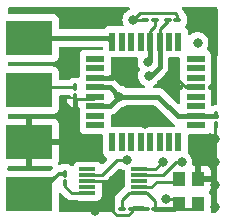
<source format=gbr>
%TF.GenerationSoftware,KiCad,Pcbnew,(6.0.10)*%
%TF.CreationDate,2023-05-18T22:08:56+10:00*%
%TF.ProjectId,DFO,44464f2e-6b69-4636-9164-5f7063625858,rev?*%
%TF.SameCoordinates,Original*%
%TF.FileFunction,Copper,L1,Top*%
%TF.FilePolarity,Positive*%
%FSLAX46Y46*%
G04 Gerber Fmt 4.6, Leading zero omitted, Abs format (unit mm)*
G04 Created by KiCad (PCBNEW (6.0.10)) date 2023-05-18 22:08:56*
%MOMM*%
%LPD*%
G01*
G04 APERTURE LIST*
G04 Aperture macros list*
%AMRoundRect*
0 Rectangle with rounded corners*
0 $1 Rounding radius*
0 $2 $3 $4 $5 $6 $7 $8 $9 X,Y pos of 4 corners*
0 Add a 4 corners polygon primitive as box body*
4,1,4,$2,$3,$4,$5,$6,$7,$8,$9,$2,$3,0*
0 Add four circle primitives for the rounded corners*
1,1,$1+$1,$2,$3*
1,1,$1+$1,$4,$5*
1,1,$1+$1,$6,$7*
1,1,$1+$1,$8,$9*
0 Add four rect primitives between the rounded corners*
20,1,$1+$1,$2,$3,$4,$5,0*
20,1,$1+$1,$4,$5,$6,$7,0*
20,1,$1+$1,$6,$7,$8,$9,0*
20,1,$1+$1,$8,$9,$2,$3,0*%
G04 Aperture macros list end*
%TA.AperFunction,SMDPad,CuDef*%
%ADD10R,1.100000X1.300000*%
%TD*%
%TA.AperFunction,SMDPad,CuDef*%
%ADD11R,4.000000X3.000000*%
%TD*%
%TA.AperFunction,SMDPad,CuDef*%
%ADD12RoundRect,0.100000X-0.100000X0.217500X-0.100000X-0.217500X0.100000X-0.217500X0.100000X0.217500X0*%
%TD*%
%TA.AperFunction,SMDPad,CuDef*%
%ADD13RoundRect,0.100000X-0.217500X-0.100000X0.217500X-0.100000X0.217500X0.100000X-0.217500X0.100000X0*%
%TD*%
%TA.AperFunction,SMDPad,CuDef*%
%ADD14RoundRect,0.100000X0.217500X0.100000X-0.217500X0.100000X-0.217500X-0.100000X0.217500X-0.100000X0*%
%TD*%
%TA.AperFunction,SMDPad,CuDef*%
%ADD15R,1.400000X0.300000*%
%TD*%
%TA.AperFunction,SMDPad,CuDef*%
%ADD16R,1.600000X0.550000*%
%TD*%
%TA.AperFunction,SMDPad,CuDef*%
%ADD17R,0.550000X1.600000*%
%TD*%
%TA.AperFunction,SMDPad,CuDef*%
%ADD18RoundRect,0.100000X0.100000X-0.217500X0.100000X0.217500X-0.100000X0.217500X-0.100000X-0.217500X0*%
%TD*%
%TA.AperFunction,ViaPad*%
%ADD19C,0.800000*%
%TD*%
%TA.AperFunction,Conductor*%
%ADD20C,0.250000*%
%TD*%
%TA.AperFunction,Conductor*%
%ADD21C,0.450000*%
%TD*%
%TA.AperFunction,Conductor*%
%ADD22C,0.350000*%
%TD*%
%TA.AperFunction,Conductor*%
%ADD23C,0.456000*%
%TD*%
G04 APERTURE END LIST*
D10*
%TO.P,X1,1,EN*%
%TO.N,+3.3V*%
X108809998Y-76610000D03*
%TO.P,X1,2,GND*%
%TO.N,GND*%
X108809998Y-74510000D03*
%TO.P,X1,3,OUT*%
%TO.N,Net-(U1-Pad2)*%
X107159998Y-74510000D03*
%TO.P,X1,4,Vdd*%
%TO.N,+3.3V*%
X107159998Y-76610000D03*
%TD*%
D11*
%TO.P,,1*%
%TO.N,Net-(H10-Pad1)*%
X94480000Y-75790000D03*
%TD*%
D12*
%TO.P,C2,1*%
%TO.N,+3.3V*%
X110330000Y-69082500D03*
%TO.P,C2,2*%
%TO.N,GND*%
X110330000Y-69897500D03*
%TD*%
D13*
%TO.P,C1,1*%
%TO.N,+3.3V*%
X102352500Y-77000000D03*
%TO.P,C1,2*%
%TO.N,GND*%
X103167500Y-77000000D03*
%TD*%
%TO.P,R1,1*%
%TO.N,+3.3V*%
X104332500Y-61010000D03*
%TO.P,R1,2*%
%TO.N,i2c-SCL*%
X105147500Y-61010000D03*
%TD*%
D14*
%TO.P,R2,1*%
%TO.N,+3.3V*%
X107037500Y-61010000D03*
%TO.P,R2,2*%
%TO.N,i2c-SDA*%
X106222500Y-61010000D03*
%TD*%
D12*
%TO.P,C6,1*%
%TO.N,+3.3V*%
X98410000Y-66722500D03*
%TO.P,C6,2*%
%TO.N,GND*%
X98410000Y-67537500D03*
%TD*%
D15*
%TO.P,U1,CLKOUT,CLK0*%
%TO.N,Net-(H10-Pad1)*%
X99430000Y-75660000D03*
%TO.P,U1,9,CLK1*%
%TO.N,unconnected-(U1-Pad9)*%
X99430000Y-75160000D03*
%TO.P,U1,8,GND*%
%TO.N,GND*%
X99430000Y-74660000D03*
%TO.P,U1,7,VDDO*%
%TO.N,+3.3V*%
X99430000Y-74160000D03*
%TO.P,U1,6,CLK2*%
%TO.N,unconnected-(U1-Pad6)*%
X99430000Y-73660000D03*
%TO.P,U1,5,SDA*%
%TO.N,i2c-SDA*%
X103830000Y-73660000D03*
%TO.P,U1,4,SCL*%
%TO.N,i2c-SCL*%
X103830000Y-74160000D03*
%TO.P,U1,3,XB*%
%TO.N,unconnected-(U1-Pad3)*%
X103830000Y-74660000D03*
%TO.P,U1,2,XA*%
%TO.N,Net-(U1-Pad2)*%
X103830000Y-75160000D03*
%TO.P,U1,1,VDD*%
%TO.N,+3.3V*%
X103830000Y-75660000D03*
%TD*%
D16*
%TO.P,U2,1,PD3*%
%TO.N,unconnected-(U2-Pad1)*%
X100080000Y-64320000D03*
%TO.P,U2,2,PD4*%
%TO.N,unconnected-(U2-Pad2)*%
X100080000Y-65120000D03*
%TO.P,U2,3,GND*%
%TO.N,GND*%
X100080000Y-65920000D03*
%TO.P,U2,4,VCC*%
%TO.N,+3.3V*%
X100080000Y-66720000D03*
%TO.P,U2,5,GND*%
%TO.N,GND*%
X100080000Y-67520000D03*
%TO.P,U2,6,VCC*%
%TO.N,+3.3V*%
X100080000Y-68320000D03*
%TO.P,U2,7,XTAL1/PB6*%
%TO.N,Net-(U2-Pad7)*%
X100080000Y-69120000D03*
%TO.P,U2,8,XTAL2/PB7*%
%TO.N,unconnected-(U2-Pad8)*%
X100080000Y-69920000D03*
D17*
%TO.P,U2,9,PD5*%
%TO.N,unconnected-(U2-Pad9)*%
X101530000Y-71370000D03*
%TO.P,U2,10,PD6*%
%TO.N,unconnected-(U2-Pad10)*%
X102330000Y-71370000D03*
%TO.P,U2,11,PD7*%
%TO.N,unconnected-(U2-Pad11)*%
X103130000Y-71370000D03*
%TO.P,U2,12,PB0*%
%TO.N,unconnected-(U2-Pad12)*%
X103930000Y-71370000D03*
%TO.P,U2,13,PB1*%
%TO.N,unconnected-(U2-Pad13)*%
X104730000Y-71370000D03*
%TO.P,U2,14,PB2*%
%TO.N,unconnected-(U2-Pad14)*%
X105530000Y-71370000D03*
%TO.P,U2,15,PB3*%
%TO.N,unconnected-(U2-Pad15)*%
X106330000Y-71370000D03*
%TO.P,U2,16,PB4*%
%TO.N,unconnected-(U2-Pad16)*%
X107130000Y-71370000D03*
D16*
%TO.P,U2,17,PB5*%
%TO.N,unconnected-(U2-Pad17)*%
X108580000Y-69920000D03*
%TO.P,U2,18,AVCC*%
%TO.N,+3.3V*%
X108580000Y-69120000D03*
%TO.P,U2,19,ADC6*%
%TO.N,unconnected-(U2-Pad19)*%
X108580000Y-68320000D03*
%TO.P,U2,20,AREF*%
%TO.N,unconnected-(U2-Pad20)*%
X108580000Y-67520000D03*
%TO.P,U2,21,GND*%
%TO.N,GND*%
X108580000Y-66720000D03*
%TO.P,U2,22,ADC7*%
%TO.N,unconnected-(U2-Pad22)*%
X108580000Y-65920000D03*
%TO.P,U2,23,PC0*%
%TO.N,unconnected-(U2-Pad23)*%
X108580000Y-65120000D03*
%TO.P,U2,24,PC1*%
%TO.N,unconnected-(U2-Pad24)*%
X108580000Y-64320000D03*
D17*
%TO.P,U2,25,PC2*%
%TO.N,unconnected-(U2-Pad25)*%
X107130000Y-62870000D03*
%TO.P,U2,26,PC3*%
%TO.N,unconnected-(U2-Pad26)*%
X106330000Y-62870000D03*
%TO.P,U2,27,PC4*%
%TO.N,i2c-SDA*%
X105530000Y-62870000D03*
%TO.P,U2,28,PC5*%
%TO.N,i2c-SCL*%
X104730000Y-62870000D03*
%TO.P,U2,29,~{RESET}/PC6*%
%TO.N,unconnected-(U2-Pad29)*%
X103930000Y-62870000D03*
%TO.P,U2,30,PD0*%
%TO.N,Rx*%
X103130000Y-62870000D03*
%TO.P,U2,31,PD1*%
%TO.N,Tx*%
X102330000Y-62870000D03*
%TO.P,U2,32,PD2*%
%TO.N,sense*%
X101530000Y-62870000D03*
%TD*%
D11*
%TO.P,,2*%
%TO.N,GND*%
X94480000Y-71380000D03*
%TD*%
%TO.P,,4*%
%TO.N,sense*%
X94480000Y-62540000D03*
%TD*%
%TO.P,,3*%
%TO.N,+3.3V*%
X94490000Y-66960000D03*
%TD*%
D18*
%TO.P,R3,1*%
%TO.N,Net-(H10-Pad1)*%
X97530000Y-74847500D03*
%TO.P,R3,2*%
X97530000Y-74032500D03*
%TD*%
D14*
%TO.P,C3,1*%
%TO.N,+3.3V*%
X105175000Y-77010000D03*
%TO.P,C3,2*%
%TO.N,GND*%
X104360000Y-77010000D03*
%TD*%
D19*
%TO.N,GND*%
X99880000Y-71520000D03*
X108650000Y-71440000D03*
%TO.N,*%
X108760000Y-62950000D03*
%TO.N,GND*%
X100090000Y-77170000D03*
X100950000Y-60940000D03*
X108820000Y-60740000D03*
X110260000Y-74970000D03*
X110250000Y-71110000D03*
X110240000Y-73080000D03*
X98070000Y-60970000D03*
X98050000Y-64350000D03*
X98000000Y-68970000D03*
X97960000Y-76690000D03*
X98010000Y-72270000D03*
%TO.N,+3.3V*%
X102120000Y-67510000D03*
X106080000Y-76170000D03*
X103300000Y-61000000D03*
X102750000Y-72840000D03*
%TO.N,i2c-SCL*%
X107400000Y-73060000D03*
%TO.N,Net-(R1-Pad2)*%
X104580000Y-64550000D03*
%TO.N,Net-(R2-Pad2)*%
X104620000Y-65720000D03*
%TO.N,i2c-SDA*%
X105790000Y-73060000D03*
%TO.N,GND*%
X102050000Y-65400000D03*
X104280000Y-69860000D03*
X106790000Y-64950000D03*
X110210000Y-76850000D03*
X101610000Y-74560000D03*
X108810000Y-73060000D03*
%TD*%
D20*
%TO.N,+3.3V*%
X94727500Y-66722500D02*
X94490000Y-66960000D01*
X98410000Y-66722500D02*
X94727500Y-66722500D01*
D21*
%TO.N,sense*%
X101200000Y-62540000D02*
X101530000Y-62870000D01*
X94480000Y-62540000D02*
X101200000Y-62540000D01*
D20*
%TO.N,Net-(H10-Pad1)*%
X98100000Y-75660000D02*
X97560000Y-75120000D01*
X99430000Y-75660000D02*
X98100000Y-75660000D01*
D22*
X95270000Y-75790000D02*
X97027500Y-74032500D01*
X97027500Y-74032500D02*
X97530000Y-74032500D01*
D20*
X94480000Y-75790000D02*
X95270000Y-75790000D01*
%TO.N,+3.3V*%
X94812500Y-67282500D02*
X94490000Y-66960000D01*
D21*
X105175000Y-77010000D02*
X106759998Y-77010000D01*
D23*
X94410000Y-67310000D02*
X94880000Y-67310000D01*
D20*
X106719998Y-76170000D02*
X107159998Y-76610000D01*
D21*
X100080000Y-66720000D02*
X101330000Y-66720000D01*
D20*
X104500000Y-75660000D02*
X105175000Y-76335000D01*
X101960000Y-72840000D02*
X102720000Y-72840000D01*
X105175000Y-76335000D02*
X105175000Y-77010000D01*
X104332500Y-61010000D02*
X104332500Y-60925000D01*
X102920000Y-75660000D02*
X102352500Y-76227500D01*
D21*
X100080000Y-68320000D02*
X101310000Y-68320000D01*
X102120000Y-67510000D02*
X105430000Y-67510000D01*
X101310000Y-68320000D02*
X102120000Y-67510000D01*
D20*
X107037500Y-60607500D02*
X107037500Y-61010000D01*
X103830000Y-75660000D02*
X104500000Y-75660000D01*
D21*
X105430000Y-67510000D02*
X107060000Y-69140000D01*
D20*
X106759998Y-77010000D02*
X107159998Y-76610000D01*
X103830000Y-75660000D02*
X102920000Y-75660000D01*
D21*
X101330000Y-66720000D02*
X102120000Y-67510000D01*
X107060000Y-69140000D02*
X108560000Y-69140000D01*
D23*
X95580000Y-67310000D02*
X96160000Y-67310000D01*
D20*
X106880000Y-60450000D02*
X107037500Y-60607500D01*
X103300000Y-61000000D02*
X103850000Y-60450000D01*
X104322500Y-61000000D02*
X104332500Y-61010000D01*
X99430000Y-74160000D02*
X100640000Y-74160000D01*
X110292500Y-69120000D02*
X110330000Y-69082500D01*
X101100000Y-73700000D02*
X101960000Y-72840000D01*
X106080000Y-76170000D02*
X106719998Y-76170000D01*
X94020000Y-67300000D02*
X94350000Y-67300000D01*
X95330000Y-67310000D02*
X94880000Y-67310000D01*
X100050000Y-66750000D02*
X100080000Y-66720000D01*
X102352500Y-76227500D02*
X102352500Y-77000000D01*
X108560000Y-69140000D02*
X108580000Y-69120000D01*
D23*
X94880000Y-67310000D02*
X95580000Y-67310000D01*
D20*
X100640000Y-74160000D02*
X101100000Y-73700000D01*
X103300000Y-61000000D02*
X104322500Y-61000000D01*
D23*
X94060000Y-67310000D02*
X94410000Y-67310000D01*
D20*
X103850000Y-60450000D02*
X106880000Y-60450000D01*
X107159998Y-77019996D02*
X108809998Y-77019996D01*
D21*
X108580000Y-69120000D02*
X110292500Y-69120000D01*
D20*
%TO.N,i2c-SCL*%
X105147500Y-61522500D02*
X105147500Y-61010000D01*
X104730000Y-62870000D02*
X104730000Y-61940000D01*
X104730000Y-61940000D02*
X105147500Y-61522500D01*
D21*
X104730000Y-62870000D02*
X104730000Y-64400000D01*
X104730000Y-64400000D02*
X104580000Y-64550000D01*
D20*
X107400000Y-73060000D02*
X106920000Y-73060000D01*
X105820000Y-74160000D02*
X103830000Y-74160000D01*
X106920000Y-73060000D02*
X105820000Y-74160000D01*
D21*
%TO.N,i2c-SDA*%
X104800000Y-65720000D02*
X105530000Y-64990000D01*
D20*
X105530000Y-61760000D02*
X105530000Y-62870000D01*
X106222500Y-61067500D02*
X105530000Y-61760000D01*
X105790000Y-73060000D02*
X105190000Y-73660000D01*
D21*
X105530000Y-64990000D02*
X105530000Y-62870000D01*
D20*
X105190000Y-73660000D02*
X103830000Y-73660000D01*
X105540000Y-62860000D02*
X105530000Y-62870000D01*
X106222500Y-61010000D02*
X106222500Y-61067500D01*
D21*
X104620000Y-65720000D02*
X104800000Y-65720000D01*
D20*
%TO.N,Net-(U1-Pad2)*%
X107159998Y-74920007D02*
X106720001Y-74920002D01*
X106959998Y-74710000D02*
X107159998Y-74510000D01*
X104840000Y-75160000D02*
X105290000Y-74710000D01*
X105290000Y-74710000D02*
X106959998Y-74710000D01*
X107139998Y-74490000D02*
X107159998Y-74510000D01*
X103830000Y-75160000D02*
X104840000Y-75160000D01*
%TO.N,GND*%
X99932500Y-67667500D02*
X100080000Y-67520000D01*
X103167500Y-77000000D02*
X103167500Y-77252500D01*
X103167500Y-77252500D02*
X102870000Y-77550000D01*
X103167500Y-77000000D02*
X104350000Y-77000000D01*
X107770000Y-66720000D02*
X106790000Y-65740000D01*
X108580000Y-66720000D02*
X107770000Y-66720000D01*
X106790000Y-65740000D02*
X106790000Y-64950000D01*
X99430000Y-74660000D02*
X101510000Y-74660000D01*
X101610000Y-74560000D02*
X101610000Y-77270000D01*
X101510000Y-74660000D02*
X101610000Y-74560000D01*
X101610000Y-77270000D02*
X101890000Y-77550000D01*
D21*
X101530000Y-65920000D02*
X102050000Y-65400000D01*
D20*
X102870000Y-77550000D02*
X101890000Y-77550000D01*
X98410000Y-67667500D02*
X99932500Y-67667500D01*
X104350000Y-77000000D02*
X104360000Y-77010000D01*
D21*
X100080000Y-65920000D02*
X101530000Y-65920000D01*
D20*
%TO.N,sense*%
X94480000Y-62540000D02*
X95390000Y-61630000D01*
X94480000Y-62540000D02*
X95670000Y-63730000D01*
%TO.N,Tx*%
X102330000Y-62870000D02*
X102230000Y-62770000D01*
%TD*%
%TA.AperFunction,Conductor*%
%TO.N,GND*%
G36*
X110347174Y-69928502D02*
G01*
X110393667Y-69982158D01*
X110405052Y-70035051D01*
X110373691Y-77202958D01*
X110353391Y-77270991D01*
X110299532Y-77317249D01*
X110247436Y-77328407D01*
X109994242Y-77327892D01*
X109926162Y-77307751D01*
X109879778Y-77254001D01*
X109868498Y-77201892D01*
X109868498Y-75911866D01*
X109861743Y-75849684D01*
X109810613Y-75713295D01*
X109752045Y-75635148D01*
X109727197Y-75568642D01*
X109742250Y-75499259D01*
X109752045Y-75484018D01*
X109804784Y-75413648D01*
X109813322Y-75398054D01*
X109858476Y-75277606D01*
X109862103Y-75262351D01*
X109867629Y-75211486D01*
X109867998Y-75204672D01*
X109867998Y-74782115D01*
X109863523Y-74766876D01*
X109862133Y-74765671D01*
X109854450Y-74764000D01*
X108681998Y-74764000D01*
X108613877Y-74743998D01*
X108567384Y-74690342D01*
X108555998Y-74638000D01*
X108555998Y-74237885D01*
X109063998Y-74237885D01*
X109068473Y-74253124D01*
X109069863Y-74254329D01*
X109077546Y-74256000D01*
X109849882Y-74256000D01*
X109865121Y-74251525D01*
X109866326Y-74250135D01*
X109867997Y-74242452D01*
X109867997Y-73815331D01*
X109867627Y-73808510D01*
X109862103Y-73757648D01*
X109858477Y-73742396D01*
X109813322Y-73621946D01*
X109804784Y-73606351D01*
X109728283Y-73504276D01*
X109715722Y-73491715D01*
X109613647Y-73415214D01*
X109598052Y-73406676D01*
X109477604Y-73361522D01*
X109462349Y-73357895D01*
X109411484Y-73352369D01*
X109404670Y-73352000D01*
X109082113Y-73352000D01*
X109066874Y-73356475D01*
X109065669Y-73357865D01*
X109063998Y-73365548D01*
X109063998Y-74237885D01*
X108555998Y-74237885D01*
X108555998Y-73370116D01*
X108551523Y-73354877D01*
X108550133Y-73353672D01*
X108542450Y-73352001D01*
X108422751Y-73352001D01*
X108354630Y-73331999D01*
X108308137Y-73278343D01*
X108297441Y-73212831D01*
X108312814Y-73066565D01*
X108313504Y-73060000D01*
X108308357Y-73011029D01*
X108294232Y-72876635D01*
X108294232Y-72876633D01*
X108293542Y-72870072D01*
X108234527Y-72688444D01*
X108221708Y-72666240D01*
X108192256Y-72615229D01*
X108139040Y-72523056D01*
X108011253Y-72381134D01*
X107963329Y-72346315D01*
X107919975Y-72290092D01*
X107912127Y-72230769D01*
X107913500Y-72218134D01*
X107913500Y-70829500D01*
X107933502Y-70761379D01*
X107987158Y-70714886D01*
X108039500Y-70703500D01*
X109428134Y-70703500D01*
X109490316Y-70696745D01*
X109626705Y-70645615D01*
X109700017Y-70590671D01*
X109766522Y-70565823D01*
X109835904Y-70580876D01*
X109852286Y-70591535D01*
X109916828Y-70641061D01*
X109931007Y-70649247D01*
X110063649Y-70704189D01*
X110079469Y-70708428D01*
X110112040Y-70712716D01*
X110126222Y-70710505D01*
X110130000Y-70697348D01*
X110130000Y-70034500D01*
X110150002Y-69966379D01*
X110203658Y-69919886D01*
X110256000Y-69908500D01*
X110279053Y-69908500D01*
X110347174Y-69928502D01*
G37*
%TD.AperFunction*%
%TA.AperFunction,Conductor*%
G36*
X102217957Y-73582113D02*
G01*
X102247986Y-73598233D01*
X102254677Y-73603094D01*
X102293248Y-73631118D01*
X102299276Y-73633802D01*
X102299278Y-73633803D01*
X102342216Y-73652920D01*
X102467712Y-73708794D01*
X102520693Y-73720056D01*
X102521697Y-73720269D01*
X102584171Y-73753998D01*
X102618492Y-73816147D01*
X102621500Y-73843516D01*
X102621500Y-73858134D01*
X102621869Y-73861529D01*
X102621869Y-73861533D01*
X102625656Y-73896393D01*
X102625656Y-73923606D01*
X102621500Y-73961866D01*
X102621500Y-74358134D01*
X102621869Y-74361529D01*
X102621869Y-74361533D01*
X102625656Y-74396393D01*
X102625656Y-74423606D01*
X102621500Y-74461866D01*
X102621500Y-74858134D01*
X102621869Y-74861529D01*
X102621869Y-74861533D01*
X102625656Y-74896393D01*
X102625656Y-74923606D01*
X102621500Y-74961866D01*
X102621500Y-75028669D01*
X102601498Y-75096790D01*
X102559640Y-75137122D01*
X102535461Y-75151422D01*
X102535459Y-75151423D01*
X102528637Y-75155458D01*
X102514313Y-75169782D01*
X102499281Y-75182621D01*
X102482893Y-75194528D01*
X102454712Y-75228593D01*
X102446722Y-75237373D01*
X101960247Y-75723848D01*
X101951961Y-75731388D01*
X101945482Y-75735500D01*
X101940057Y-75741277D01*
X101898857Y-75785151D01*
X101896102Y-75787993D01*
X101876365Y-75807730D01*
X101873885Y-75810927D01*
X101866182Y-75819947D01*
X101835914Y-75852179D01*
X101832095Y-75859125D01*
X101832093Y-75859128D01*
X101826152Y-75869934D01*
X101815301Y-75886453D01*
X101802886Y-75902459D01*
X101799741Y-75909728D01*
X101799738Y-75909732D01*
X101785326Y-75943037D01*
X101780109Y-75953687D01*
X101758805Y-75992440D01*
X101756834Y-76000115D01*
X101756834Y-76000116D01*
X101753767Y-76012062D01*
X101747363Y-76030766D01*
X101739319Y-76049355D01*
X101738080Y-76057178D01*
X101738077Y-76057188D01*
X101732401Y-76093024D01*
X101729995Y-76104644D01*
X101720972Y-76139789D01*
X101719000Y-76147470D01*
X101719000Y-76167724D01*
X101717449Y-76187434D01*
X101714280Y-76207443D01*
X101715026Y-76215335D01*
X101718441Y-76251461D01*
X101719000Y-76263319D01*
X101719000Y-76399801D01*
X101698998Y-76467922D01*
X101692962Y-76476505D01*
X101603476Y-76593125D01*
X101542162Y-76741150D01*
X101526500Y-76860115D01*
X101526501Y-77139884D01*
X101527039Y-77143971D01*
X101530197Y-77167958D01*
X101519257Y-77238107D01*
X101472129Y-77291205D01*
X101405018Y-77310404D01*
X97114243Y-77301668D01*
X97046164Y-77281527D01*
X96999780Y-77227777D01*
X96988500Y-77175668D01*
X96988500Y-75748594D01*
X97008502Y-75680473D01*
X97062158Y-75633980D01*
X97132432Y-75623876D01*
X97197012Y-75653370D01*
X97203595Y-75659499D01*
X97596343Y-76052247D01*
X97603887Y-76060537D01*
X97608000Y-76067018D01*
X97613777Y-76072443D01*
X97657667Y-76113658D01*
X97660509Y-76116413D01*
X97680230Y-76136134D01*
X97683425Y-76138612D01*
X97692447Y-76146318D01*
X97724679Y-76176586D01*
X97731628Y-76180406D01*
X97742432Y-76186346D01*
X97758956Y-76197199D01*
X97774959Y-76209613D01*
X97815543Y-76227176D01*
X97826173Y-76232383D01*
X97864940Y-76253695D01*
X97872617Y-76255666D01*
X97872622Y-76255668D01*
X97884558Y-76258732D01*
X97903266Y-76265137D01*
X97921855Y-76273181D01*
X97929683Y-76274421D01*
X97929690Y-76274423D01*
X97965524Y-76280099D01*
X97977144Y-76282505D01*
X98012289Y-76291528D01*
X98019970Y-76293500D01*
X98040224Y-76293500D01*
X98059934Y-76295051D01*
X98079943Y-76298220D01*
X98087835Y-76297474D01*
X98123961Y-76294059D01*
X98135819Y-76293500D01*
X98548174Y-76293500D01*
X98592404Y-76301518D01*
X98619684Y-76311745D01*
X98681866Y-76318500D01*
X100178134Y-76318500D01*
X100240316Y-76311745D01*
X100376705Y-76260615D01*
X100493261Y-76173261D01*
X100580615Y-76056705D01*
X100631745Y-75920316D01*
X100638500Y-75858134D01*
X100638500Y-75461866D01*
X100634344Y-75423606D01*
X100634344Y-75396393D01*
X100638131Y-75361533D01*
X100638131Y-75361529D01*
X100638500Y-75358134D01*
X100638500Y-74961866D01*
X100634783Y-74927652D01*
X100647311Y-74857771D01*
X100695631Y-74805755D01*
X100737114Y-74790760D01*
X100739889Y-74790673D01*
X100759343Y-74785021D01*
X100778700Y-74781013D01*
X100790930Y-74779468D01*
X100790931Y-74779468D01*
X100798797Y-74778474D01*
X100806168Y-74775555D01*
X100806170Y-74775555D01*
X100839912Y-74762196D01*
X100851142Y-74758351D01*
X100885983Y-74748229D01*
X100885984Y-74748229D01*
X100893593Y-74746018D01*
X100900412Y-74741985D01*
X100900417Y-74741983D01*
X100911028Y-74735707D01*
X100928776Y-74727012D01*
X100947617Y-74719552D01*
X100983387Y-74693564D01*
X100993307Y-74687048D01*
X101024535Y-74668580D01*
X101024538Y-74668578D01*
X101031362Y-74664542D01*
X101045683Y-74650221D01*
X101060717Y-74637380D01*
X101070694Y-74630131D01*
X101077107Y-74625472D01*
X101105298Y-74591395D01*
X101113288Y-74582616D01*
X102084830Y-73611074D01*
X102147142Y-73577048D01*
X102217957Y-73582113D01*
G37*
%TD.AperFunction*%
%TA.AperFunction,Conductor*%
G36*
X104013813Y-76802879D02*
G01*
X104046548Y-76810000D01*
X104223000Y-76810000D01*
X104291121Y-76830002D01*
X104337614Y-76883658D01*
X104349000Y-76935999D01*
X104349001Y-77083999D01*
X104328999Y-77152120D01*
X104275344Y-77198613D01*
X104223001Y-77210000D01*
X103540470Y-77210000D01*
X103513687Y-77207121D01*
X103480952Y-77200000D01*
X103304500Y-77200000D01*
X103236379Y-77179998D01*
X103189886Y-77126342D01*
X103178500Y-77074001D01*
X103178499Y-76926001D01*
X103198501Y-76857880D01*
X103252156Y-76811387D01*
X103304499Y-76800000D01*
X103987030Y-76800000D01*
X104013813Y-76802879D01*
G37*
%TD.AperFunction*%
%TA.AperFunction,Conductor*%
G36*
X97877922Y-67376002D02*
G01*
X97886505Y-67382038D01*
X98003125Y-67471524D01*
X98060021Y-67495091D01*
X98115302Y-67539639D01*
X98137723Y-67607003D01*
X98120165Y-67675794D01*
X98068203Y-67724172D01*
X98011803Y-67737500D01*
X97720116Y-67737500D01*
X97704877Y-67741975D01*
X97703672Y-67743365D01*
X97702001Y-67751048D01*
X97702001Y-67790723D01*
X97702539Y-67798935D01*
X97716572Y-67905533D01*
X97720810Y-67921348D01*
X97775753Y-68053993D01*
X97783941Y-68068176D01*
X97871344Y-68182080D01*
X97882920Y-68193656D01*
X97996824Y-68281059D01*
X98011007Y-68289247D01*
X98143649Y-68344189D01*
X98159469Y-68348428D01*
X98192040Y-68352716D01*
X98206222Y-68350505D01*
X98210000Y-68337348D01*
X98210000Y-67755614D01*
X98196606Y-67709997D01*
X98196606Y-67639001D01*
X98234990Y-67579275D01*
X98299571Y-67549782D01*
X98317501Y-67548500D01*
X98413205Y-67548499D01*
X98504622Y-67548499D01*
X98572742Y-67568501D01*
X98619235Y-67622156D01*
X98629340Y-67692430D01*
X98616758Y-67719981D01*
X98610000Y-67751048D01*
X98610000Y-68336965D01*
X98614044Y-68350736D01*
X98627582Y-68352765D01*
X98629058Y-68352571D01*
X98699206Y-68363513D01*
X98752303Y-68410643D01*
X98771500Y-68477494D01*
X98771500Y-68643134D01*
X98771869Y-68646531D01*
X98778255Y-68705316D01*
X98775826Y-68705580D01*
X98775826Y-68734420D01*
X98778255Y-68734684D01*
X98771500Y-68796866D01*
X98771500Y-69443134D01*
X98771869Y-69446531D01*
X98778255Y-69505316D01*
X98775826Y-69505580D01*
X98775826Y-69534420D01*
X98778255Y-69534684D01*
X98771500Y-69596866D01*
X98771500Y-70243134D01*
X98778255Y-70305316D01*
X98829385Y-70441705D01*
X98916739Y-70558261D01*
X99033295Y-70645615D01*
X99169684Y-70696745D01*
X99231866Y-70703500D01*
X100620500Y-70703500D01*
X100688621Y-70723502D01*
X100735114Y-70777158D01*
X100746500Y-70829500D01*
X100746500Y-72218134D01*
X100753255Y-72280316D01*
X100804385Y-72416705D01*
X100891739Y-72533261D01*
X101008295Y-72620615D01*
X101016700Y-72623766D01*
X101016702Y-72623767D01*
X101021422Y-72625536D01*
X101025198Y-72626952D01*
X101081963Y-72669591D01*
X101106664Y-72736152D01*
X101091458Y-72805502D01*
X101070065Y-72834029D01*
X100709161Y-73194933D01*
X100646849Y-73228959D01*
X100576034Y-73223894D01*
X100519242Y-73181405D01*
X100493261Y-73146739D01*
X100376705Y-73059385D01*
X100240316Y-73008255D01*
X100178134Y-73001500D01*
X98681866Y-73001500D01*
X98619684Y-73008255D01*
X98483295Y-73059385D01*
X98366739Y-73146739D01*
X98279385Y-73263295D01*
X98276233Y-73271704D01*
X98276232Y-73271705D01*
X98256712Y-73323775D01*
X98214071Y-73380540D01*
X98147510Y-73405240D01*
X98078161Y-73390033D01*
X98062026Y-73379508D01*
X97989393Y-73323775D01*
X97936875Y-73283476D01*
X97788850Y-73222162D01*
X97717974Y-73212831D01*
X97673972Y-73207038D01*
X97673971Y-73207038D01*
X97669885Y-73206500D01*
X97530017Y-73206500D01*
X97390116Y-73206501D01*
X97386031Y-73207039D01*
X97386027Y-73207039D01*
X97279337Y-73221084D01*
X97279335Y-73221084D01*
X97271150Y-73222162D01*
X97123124Y-73283476D01*
X97114052Y-73290437D01*
X97114008Y-73290471D01*
X97111456Y-73291458D01*
X97109422Y-73292632D01*
X97109239Y-73292315D01*
X97047788Y-73316072D01*
X96978239Y-73301807D01*
X96927443Y-73252206D01*
X96911527Y-73183017D01*
X96926785Y-73129999D01*
X96933322Y-73118060D01*
X96978478Y-72997606D01*
X96982105Y-72982351D01*
X96987631Y-72931486D01*
X96988000Y-72924672D01*
X96988000Y-71652115D01*
X96983525Y-71636876D01*
X96982135Y-71635671D01*
X96974452Y-71634000D01*
X94752115Y-71634000D01*
X94736876Y-71638475D01*
X94735671Y-71639865D01*
X94734000Y-71647548D01*
X94734000Y-73369884D01*
X94738475Y-73385123D01*
X94739865Y-73386328D01*
X94747548Y-73387999D01*
X96401196Y-73387999D01*
X96469317Y-73408001D01*
X96515810Y-73461657D01*
X96525914Y-73531931D01*
X96496420Y-73596511D01*
X96490291Y-73603094D01*
X96348790Y-73744595D01*
X96286478Y-73778621D01*
X96259695Y-73781500D01*
X92772677Y-73781500D01*
X92704556Y-73761498D01*
X92658063Y-73707842D01*
X92646678Y-73654948D01*
X92647298Y-73513448D01*
X92667599Y-73445415D01*
X92721457Y-73399158D01*
X92773297Y-73388000D01*
X94207885Y-73388000D01*
X94223124Y-73383525D01*
X94224329Y-73382135D01*
X94226000Y-73374452D01*
X94226000Y-71107885D01*
X94734000Y-71107885D01*
X94738475Y-71123124D01*
X94739865Y-71124329D01*
X94747548Y-71126000D01*
X96969884Y-71126000D01*
X96985123Y-71121525D01*
X96986328Y-71120135D01*
X96987999Y-71112452D01*
X96987999Y-69835331D01*
X96987629Y-69828510D01*
X96982105Y-69777648D01*
X96978479Y-69762396D01*
X96933324Y-69641946D01*
X96924786Y-69626351D01*
X96848285Y-69524276D01*
X96835724Y-69511715D01*
X96733649Y-69435214D01*
X96718054Y-69426676D01*
X96597606Y-69381522D01*
X96582351Y-69377895D01*
X96531486Y-69372369D01*
X96524672Y-69372000D01*
X94752115Y-69372000D01*
X94736876Y-69376475D01*
X94735671Y-69377865D01*
X94734000Y-69385548D01*
X94734000Y-71107885D01*
X94226000Y-71107885D01*
X94226000Y-69390116D01*
X94221525Y-69374877D01*
X94220135Y-69373672D01*
X94212452Y-69372001D01*
X92792009Y-69372001D01*
X92723888Y-69351999D01*
X92677395Y-69298343D01*
X92666010Y-69245449D01*
X92666674Y-69093948D01*
X92686975Y-69025915D01*
X92740834Y-68979658D01*
X92792673Y-68968500D01*
X96538134Y-68968500D01*
X96600316Y-68961745D01*
X96736705Y-68910615D01*
X96853261Y-68823261D01*
X96940615Y-68706705D01*
X96991745Y-68570316D01*
X96998500Y-68508134D01*
X96998500Y-67482000D01*
X97018502Y-67413879D01*
X97072158Y-67367386D01*
X97124500Y-67356000D01*
X97809801Y-67356000D01*
X97877922Y-67376002D01*
G37*
%TD.AperFunction*%
%TA.AperFunction,Conductor*%
G36*
X105142105Y-68263502D02*
G01*
X105163079Y-68280405D01*
X106495252Y-69612577D01*
X106507639Y-69626989D01*
X106519900Y-69643651D01*
X106525483Y-69648394D01*
X106558720Y-69676631D01*
X106566236Y-69683561D01*
X106571620Y-69688945D01*
X106574481Y-69691208D01*
X106574486Y-69691213D01*
X106593091Y-69705932D01*
X106596493Y-69708721D01*
X106644672Y-69749653D01*
X106644676Y-69749656D01*
X106650251Y-69754392D01*
X106656772Y-69757721D01*
X106661451Y-69760842D01*
X106666205Y-69763778D01*
X106671943Y-69768318D01*
X106678570Y-69771415D01*
X106678571Y-69771416D01*
X106735854Y-69798189D01*
X106739761Y-69800099D01*
X106797829Y-69829749D01*
X106849400Y-69878541D01*
X106866407Y-69947471D01*
X106843447Y-70014653D01*
X106787811Y-70058756D01*
X106754140Y-70067228D01*
X106744688Y-70068255D01*
X106744424Y-70065826D01*
X106715580Y-70065826D01*
X106715316Y-70068255D01*
X106656531Y-70061869D01*
X106653134Y-70061500D01*
X106006866Y-70061500D01*
X105944684Y-70068255D01*
X105944420Y-70065826D01*
X105915580Y-70065826D01*
X105915316Y-70068255D01*
X105856531Y-70061869D01*
X105853134Y-70061500D01*
X105206866Y-70061500D01*
X105144684Y-70068255D01*
X105144420Y-70065826D01*
X105115580Y-70065826D01*
X105115316Y-70068255D01*
X105056531Y-70061869D01*
X105053134Y-70061500D01*
X104406866Y-70061500D01*
X104344684Y-70068255D01*
X104344420Y-70065826D01*
X104315580Y-70065826D01*
X104315316Y-70068255D01*
X104256531Y-70061869D01*
X104253134Y-70061500D01*
X103606866Y-70061500D01*
X103544684Y-70068255D01*
X103544420Y-70065826D01*
X103515580Y-70065826D01*
X103515316Y-70068255D01*
X103456531Y-70061869D01*
X103453134Y-70061500D01*
X102806866Y-70061500D01*
X102744684Y-70068255D01*
X102744420Y-70065826D01*
X102715580Y-70065826D01*
X102715316Y-70068255D01*
X102656531Y-70061869D01*
X102653134Y-70061500D01*
X102006866Y-70061500D01*
X101944684Y-70068255D01*
X101944420Y-70065826D01*
X101915580Y-70065826D01*
X101915316Y-70068255D01*
X101856531Y-70061869D01*
X101853134Y-70061500D01*
X101514500Y-70061500D01*
X101446379Y-70041498D01*
X101399886Y-69987842D01*
X101388500Y-69935500D01*
X101388500Y-69596866D01*
X101381745Y-69534684D01*
X101384174Y-69534420D01*
X101384174Y-69505580D01*
X101381745Y-69505316D01*
X101388131Y-69446531D01*
X101388500Y-69443134D01*
X101388500Y-69159106D01*
X101408502Y-69090985D01*
X101462158Y-69044492D01*
X101478686Y-69038826D01*
X101479890Y-69038686D01*
X101546210Y-69014613D01*
X101550356Y-69013190D01*
X101610458Y-68993720D01*
X101610462Y-68993718D01*
X101617420Y-68991464D01*
X101623672Y-68987670D01*
X101628788Y-68985328D01*
X101633789Y-68982824D01*
X101640667Y-68980327D01*
X101646784Y-68976317D01*
X101646789Y-68976314D01*
X101699654Y-68941653D01*
X101703376Y-68939305D01*
X101758848Y-68905644D01*
X101758849Y-68905643D01*
X101763645Y-68902733D01*
X101771755Y-68895571D01*
X101771770Y-68895588D01*
X101775078Y-68892655D01*
X101777583Y-68890561D01*
X101783706Y-68886546D01*
X101835132Y-68832259D01*
X101837510Y-68829815D01*
X102231434Y-68435892D01*
X102294332Y-68401741D01*
X102402288Y-68378794D01*
X102436610Y-68363513D01*
X102570722Y-68303803D01*
X102570724Y-68303802D01*
X102576752Y-68301118D01*
X102611802Y-68275653D01*
X102622935Y-68267564D01*
X102689803Y-68243706D01*
X102696996Y-68243500D01*
X105073984Y-68243500D01*
X105142105Y-68263502D01*
G37*
%TD.AperFunction*%
%TA.AperFunction,Conductor*%
G36*
X108557596Y-59927219D02*
G01*
X110322786Y-59928160D01*
X110390896Y-59948198D01*
X110437361Y-60001879D01*
X110448718Y-60054709D01*
X110413523Y-68099079D01*
X110413383Y-68131052D01*
X110393083Y-68199085D01*
X110339224Y-68245343D01*
X110287386Y-68256501D01*
X110190116Y-68256501D01*
X110186031Y-68257039D01*
X110186027Y-68257039D01*
X110079337Y-68271084D01*
X110079335Y-68271084D01*
X110071150Y-68272162D01*
X110062722Y-68275653D01*
X110061992Y-68275731D01*
X110055541Y-68277460D01*
X110055272Y-68276454D01*
X109992133Y-68283245D01*
X109928645Y-68251468D01*
X109892415Y-68190411D01*
X109888500Y-68159246D01*
X109888500Y-67996866D01*
X109881745Y-67934684D01*
X109884174Y-67934420D01*
X109884174Y-67905580D01*
X109881745Y-67905316D01*
X109888131Y-67846531D01*
X109888500Y-67843134D01*
X109888500Y-67196866D01*
X109881745Y-67134684D01*
X109883884Y-67134452D01*
X109883834Y-67105488D01*
X109881252Y-67105207D01*
X109887631Y-67046486D01*
X109888000Y-67039672D01*
X109888000Y-66992115D01*
X109883525Y-66976876D01*
X109882135Y-66975671D01*
X109861217Y-66971121D01*
X109861482Y-66969903D01*
X109807313Y-66953998D01*
X109774608Y-66923565D01*
X109748643Y-66888920D01*
X109748642Y-66888919D01*
X109743261Y-66881739D01*
X109661985Y-66820826D01*
X109619470Y-66763967D01*
X109614444Y-66693148D01*
X109648504Y-66630855D01*
X109661985Y-66619174D01*
X109736081Y-66563642D01*
X109743261Y-66558261D01*
X109774608Y-66516435D01*
X109831467Y-66473920D01*
X109861074Y-66468587D01*
X109885123Y-66461525D01*
X109886328Y-66460135D01*
X109887999Y-66452452D01*
X109887999Y-66400331D01*
X109887629Y-66393510D01*
X109881252Y-66334793D01*
X109883998Y-66334495D01*
X109883940Y-66305554D01*
X109881745Y-66305316D01*
X109888131Y-66246531D01*
X109888500Y-66243134D01*
X109888500Y-65596866D01*
X109881745Y-65534684D01*
X109884174Y-65534420D01*
X109884174Y-65505580D01*
X109881745Y-65505316D01*
X109888131Y-65446531D01*
X109888500Y-65443134D01*
X109888500Y-64796866D01*
X109881745Y-64734684D01*
X109884174Y-64734420D01*
X109884174Y-64705580D01*
X109881745Y-64705316D01*
X109888131Y-64646531D01*
X109888500Y-64643134D01*
X109888500Y-63996866D01*
X109881745Y-63934684D01*
X109830615Y-63798295D01*
X109743261Y-63681739D01*
X109626705Y-63594385D01*
X109610004Y-63588124D01*
X109553240Y-63545484D01*
X109528539Y-63478923D01*
X109545114Y-63407142D01*
X109591223Y-63327279D01*
X109591224Y-63327278D01*
X109594527Y-63321556D01*
X109653542Y-63139928D01*
X109673504Y-62950000D01*
X109653542Y-62760072D01*
X109594527Y-62578444D01*
X109499040Y-62413056D01*
X109371253Y-62271134D01*
X109216752Y-62158882D01*
X109210724Y-62156198D01*
X109210722Y-62156197D01*
X109048319Y-62083891D01*
X109048318Y-62083891D01*
X109042288Y-62081206D01*
X108948888Y-62061353D01*
X108861944Y-62042872D01*
X108861939Y-62042872D01*
X108855487Y-62041500D01*
X108664513Y-62041500D01*
X108658061Y-62042872D01*
X108658056Y-62042872D01*
X108571112Y-62061353D01*
X108477712Y-62081206D01*
X108471682Y-62083891D01*
X108471681Y-62083891D01*
X108309278Y-62156197D01*
X108309276Y-62156198D01*
X108303248Y-62158882D01*
X108148747Y-62271134D01*
X108133134Y-62288474D01*
X108072691Y-62325712D01*
X108001707Y-62324361D01*
X107942722Y-62284847D01*
X107914464Y-62219717D01*
X107913500Y-62204162D01*
X107913500Y-62021866D01*
X107906745Y-61959684D01*
X107855615Y-61823295D01*
X107768261Y-61706739D01*
X107740618Y-61686022D01*
X107698105Y-61629163D01*
X107693080Y-61558345D01*
X107716221Y-61508495D01*
X107786524Y-61416875D01*
X107847838Y-61268850D01*
X107863500Y-61149885D01*
X107863499Y-60870116D01*
X107847838Y-60751150D01*
X107797012Y-60628444D01*
X107789684Y-60610752D01*
X107789683Y-60610750D01*
X107786524Y-60603124D01*
X107736093Y-60537402D01*
X107694014Y-60482564D01*
X107694013Y-60482563D01*
X107688987Y-60476013D01*
X107682434Y-60470984D01*
X107676598Y-60465149D01*
X107677962Y-60463785D01*
X107644280Y-60419166D01*
X107639700Y-60407598D01*
X107635855Y-60396368D01*
X107625730Y-60361517D01*
X107625730Y-60361516D01*
X107623519Y-60353907D01*
X107613205Y-60336466D01*
X107604508Y-60318713D01*
X107599972Y-60307258D01*
X107597052Y-60299883D01*
X107571063Y-60264112D01*
X107564547Y-60254192D01*
X107546078Y-60222963D01*
X107542042Y-60216138D01*
X107527718Y-60201814D01*
X107514883Y-60186787D01*
X107502972Y-60170393D01*
X107478044Y-60149771D01*
X107438306Y-60090938D01*
X107436683Y-60019960D01*
X107473692Y-59959372D01*
X107537582Y-59928411D01*
X107558423Y-59926686D01*
X108557596Y-59927219D01*
G37*
%TD.AperFunction*%
%TA.AperFunction,Conductor*%
G36*
X106806866Y-64178500D02*
G01*
X107145500Y-64178500D01*
X107213621Y-64198502D01*
X107260114Y-64252158D01*
X107271500Y-64304500D01*
X107271500Y-64643134D01*
X107271869Y-64646531D01*
X107278255Y-64705316D01*
X107275826Y-64705580D01*
X107275826Y-64734420D01*
X107278255Y-64734684D01*
X107271500Y-64796866D01*
X107271500Y-65443134D01*
X107271869Y-65446531D01*
X107278255Y-65505316D01*
X107275826Y-65505580D01*
X107275826Y-65534420D01*
X107278255Y-65534684D01*
X107271500Y-65596866D01*
X107271500Y-66243134D01*
X107271869Y-66246531D01*
X107278255Y-66305316D01*
X107276116Y-66305548D01*
X107276166Y-66334512D01*
X107278748Y-66334793D01*
X107272369Y-66393514D01*
X107272000Y-66400328D01*
X107272000Y-66447885D01*
X107276475Y-66463124D01*
X107277865Y-66464329D01*
X107298783Y-66468879D01*
X107298518Y-66470097D01*
X107352687Y-66486002D01*
X107385392Y-66516435D01*
X107416739Y-66558261D01*
X107423919Y-66563642D01*
X107498015Y-66619174D01*
X107540530Y-66676033D01*
X107545556Y-66746852D01*
X107511496Y-66809145D01*
X107498016Y-66820825D01*
X107416739Y-66881739D01*
X107411358Y-66888919D01*
X107411357Y-66888920D01*
X107385392Y-66923565D01*
X107328533Y-66966080D01*
X107298926Y-66971413D01*
X107274877Y-66978475D01*
X107273672Y-66979865D01*
X107272001Y-66987548D01*
X107272001Y-67039669D01*
X107272371Y-67046490D01*
X107278748Y-67105207D01*
X107276002Y-67105505D01*
X107276060Y-67134446D01*
X107278255Y-67134684D01*
X107271500Y-67196866D01*
X107271500Y-67843134D01*
X107271869Y-67846531D01*
X107278255Y-67905316D01*
X107275826Y-67905580D01*
X107275826Y-67934420D01*
X107278255Y-67934684D01*
X107271500Y-67996866D01*
X107271500Y-68009984D01*
X107251498Y-68078105D01*
X107197842Y-68124598D01*
X107127568Y-68134702D01*
X107062988Y-68105208D01*
X107056405Y-68099079D01*
X105994748Y-67037423D01*
X105982361Y-67023010D01*
X105974441Y-67012248D01*
X105970100Y-67006349D01*
X105931280Y-66973369D01*
X105923764Y-66966439D01*
X105918380Y-66961055D01*
X105915519Y-66958792D01*
X105915514Y-66958787D01*
X105896909Y-66944068D01*
X105893507Y-66941279D01*
X105845328Y-66900347D01*
X105845324Y-66900344D01*
X105839749Y-66895608D01*
X105833228Y-66892279D01*
X105828549Y-66889158D01*
X105823795Y-66886222D01*
X105818057Y-66881682D01*
X105754147Y-66851811D01*
X105750239Y-66849901D01*
X105687418Y-66817824D01*
X105680306Y-66816084D01*
X105675020Y-66814118D01*
X105669735Y-66812360D01*
X105663105Y-66809261D01*
X105594032Y-66794894D01*
X105589748Y-66793924D01*
X105521279Y-66777170D01*
X105515677Y-66776822D01*
X105515674Y-66776822D01*
X105510480Y-66776500D01*
X105510481Y-66776476D01*
X105506066Y-66776212D01*
X105502816Y-66775922D01*
X105495648Y-66774431D01*
X105429851Y-66776211D01*
X105420877Y-66776454D01*
X105417469Y-66776500D01*
X105073478Y-66776500D01*
X105005357Y-66756498D01*
X104958864Y-66702842D01*
X104948760Y-66632568D01*
X104978254Y-66567988D01*
X105022230Y-66535393D01*
X105070719Y-66513805D01*
X105070726Y-66513801D01*
X105076752Y-66511118D01*
X105231253Y-66398866D01*
X105289213Y-66334495D01*
X105354621Y-66261852D01*
X105354622Y-66261851D01*
X105359040Y-66256944D01*
X105430875Y-66132523D01*
X105450897Y-66106429D01*
X106002580Y-65554745D01*
X106016994Y-65542358D01*
X106027752Y-65534441D01*
X106033651Y-65530100D01*
X106066631Y-65491280D01*
X106073561Y-65483764D01*
X106078945Y-65478380D01*
X106081208Y-65475519D01*
X106081213Y-65475514D01*
X106095932Y-65456909D01*
X106098721Y-65453507D01*
X106139653Y-65405328D01*
X106139656Y-65405324D01*
X106144392Y-65399749D01*
X106147721Y-65393228D01*
X106150842Y-65388549D01*
X106153778Y-65383795D01*
X106158318Y-65378057D01*
X106174834Y-65342721D01*
X106188189Y-65314146D01*
X106190099Y-65310239D01*
X106222176Y-65247418D01*
X106223916Y-65240306D01*
X106225882Y-65235020D01*
X106227640Y-65229735D01*
X106230739Y-65223105D01*
X106245106Y-65154032D01*
X106246076Y-65149748D01*
X106259882Y-65093326D01*
X106262830Y-65081279D01*
X106263500Y-65070480D01*
X106263524Y-65070481D01*
X106263788Y-65066066D01*
X106264078Y-65062816D01*
X106265569Y-65055648D01*
X106263546Y-64980877D01*
X106263500Y-64977469D01*
X106263500Y-64304500D01*
X106283502Y-64236379D01*
X106337158Y-64189886D01*
X106389500Y-64178500D01*
X106653134Y-64178500D01*
X106715316Y-64171745D01*
X106715580Y-64174174D01*
X106744420Y-64174174D01*
X106744684Y-64171745D01*
X106806866Y-64178500D01*
G37*
%TD.AperFunction*%
%TA.AperFunction,Conductor*%
G36*
X103559314Y-64173334D02*
G01*
X103586594Y-64176298D01*
X103652156Y-64203540D01*
X103692581Y-64261904D01*
X103695036Y-64332858D01*
X103692818Y-64340497D01*
X103686458Y-64360072D01*
X103685768Y-64366638D01*
X103685767Y-64366642D01*
X103672406Y-64493767D01*
X103666496Y-64550000D01*
X103667186Y-64556565D01*
X103684364Y-64720000D01*
X103686458Y-64739928D01*
X103745473Y-64921556D01*
X103748776Y-64927278D01*
X103748777Y-64927279D01*
X103779722Y-64980877D01*
X103840960Y-65086944D01*
X103845378Y-65091851D01*
X103846450Y-65093326D01*
X103870309Y-65160194D01*
X103853633Y-65230387D01*
X103840037Y-65253936D01*
X103785473Y-65348444D01*
X103726458Y-65530072D01*
X103725768Y-65536633D01*
X103725768Y-65536635D01*
X103714725Y-65641705D01*
X103706496Y-65720000D01*
X103707186Y-65726565D01*
X103725066Y-65896680D01*
X103726458Y-65909928D01*
X103785473Y-66091556D01*
X103880960Y-66256944D01*
X103885378Y-66261851D01*
X103885379Y-66261852D01*
X103950787Y-66334495D01*
X104008747Y-66398866D01*
X104163248Y-66511118D01*
X104169274Y-66513801D01*
X104169281Y-66513805D01*
X104217770Y-66535393D01*
X104271866Y-66581373D01*
X104292516Y-66649300D01*
X104273164Y-66717608D01*
X104219953Y-66764610D01*
X104166522Y-66776500D01*
X102696996Y-66776500D01*
X102628875Y-66756498D01*
X102622935Y-66752436D01*
X102582094Y-66722763D01*
X102582093Y-66722762D01*
X102576752Y-66718882D01*
X102570724Y-66716198D01*
X102570722Y-66716197D01*
X102408319Y-66643891D01*
X102408318Y-66643891D01*
X102402288Y-66641206D01*
X102294332Y-66618259D01*
X102231434Y-66584108D01*
X101894745Y-66247420D01*
X101882358Y-66233006D01*
X101874441Y-66222248D01*
X101870100Y-66216349D01*
X101831280Y-66183369D01*
X101823764Y-66176439D01*
X101818380Y-66171055D01*
X101815519Y-66168792D01*
X101815514Y-66168787D01*
X101796909Y-66154068D01*
X101793507Y-66151279D01*
X101745328Y-66110347D01*
X101745324Y-66110344D01*
X101739749Y-66105608D01*
X101733228Y-66102279D01*
X101728549Y-66099158D01*
X101723795Y-66096222D01*
X101718057Y-66091682D01*
X101704341Y-66085271D01*
X101654146Y-66061811D01*
X101650239Y-66059901D01*
X101587418Y-66027824D01*
X101580306Y-66026084D01*
X101575020Y-66024118D01*
X101569735Y-66022360D01*
X101563105Y-66019261D01*
X101494032Y-66004894D01*
X101489748Y-66003924D01*
X101421279Y-65987170D01*
X101415677Y-65986822D01*
X101415674Y-65986822D01*
X101410480Y-65986500D01*
X101410481Y-65986476D01*
X101406066Y-65986212D01*
X101402816Y-65985922D01*
X101395648Y-65984431D01*
X101329851Y-65986211D01*
X101320877Y-65986454D01*
X101317469Y-65986500D01*
X101316941Y-65986500D01*
X101248820Y-65966498D01*
X101202327Y-65912842D01*
X101192223Y-65842568D01*
X101221717Y-65777988D01*
X101230005Y-65770266D01*
X101229731Y-65769992D01*
X101236081Y-65763642D01*
X101243261Y-65758261D01*
X101274608Y-65716435D01*
X101331467Y-65673920D01*
X101361074Y-65668587D01*
X101385123Y-65661525D01*
X101386328Y-65660135D01*
X101387999Y-65652452D01*
X101387999Y-65600331D01*
X101387629Y-65593510D01*
X101381252Y-65534793D01*
X101383998Y-65534495D01*
X101383940Y-65505554D01*
X101381745Y-65505316D01*
X101388131Y-65446531D01*
X101388500Y-65443134D01*
X101388500Y-64796866D01*
X101381745Y-64734684D01*
X101384174Y-64734420D01*
X101384174Y-64705580D01*
X101381745Y-64705316D01*
X101388131Y-64646531D01*
X101388500Y-64643134D01*
X101388500Y-64304500D01*
X101408502Y-64236379D01*
X101462158Y-64189886D01*
X101514500Y-64178500D01*
X101853134Y-64178500D01*
X101915316Y-64171745D01*
X101915580Y-64174174D01*
X101944420Y-64174174D01*
X101944684Y-64171745D01*
X102006866Y-64178500D01*
X102653134Y-64178500D01*
X102715316Y-64171745D01*
X102715580Y-64174174D01*
X102744420Y-64174174D01*
X102744684Y-64171745D01*
X102806866Y-64178500D01*
X103453134Y-64178500D01*
X103515316Y-64171745D01*
X103515580Y-64174174D01*
X103544421Y-64174174D01*
X103544685Y-64171745D01*
X103559314Y-64173334D01*
G37*
%TD.AperFunction*%
%TA.AperFunction,Conductor*%
G36*
X100688621Y-63293502D02*
G01*
X100735114Y-63347158D01*
X100746500Y-63399500D01*
X100746500Y-63410500D01*
X100726498Y-63478621D01*
X100672842Y-63525114D01*
X100620500Y-63536500D01*
X99231866Y-63536500D01*
X99169684Y-63543255D01*
X99033295Y-63594385D01*
X98916739Y-63681739D01*
X98829385Y-63798295D01*
X98778255Y-63934684D01*
X98771500Y-63996866D01*
X98771500Y-64643134D01*
X98771869Y-64646531D01*
X98778255Y-64705316D01*
X98775826Y-64705580D01*
X98775826Y-64734420D01*
X98778255Y-64734684D01*
X98771500Y-64796866D01*
X98771500Y-65443134D01*
X98771869Y-65446531D01*
X98778255Y-65505316D01*
X98776116Y-65505548D01*
X98776166Y-65534512D01*
X98778748Y-65534793D01*
X98772369Y-65593514D01*
X98772000Y-65600327D01*
X98772001Y-65782066D01*
X98751999Y-65850187D01*
X98698344Y-65896680D01*
X98629555Y-65906989D01*
X98549885Y-65896500D01*
X98410017Y-65896500D01*
X98270116Y-65896501D01*
X98266031Y-65897039D01*
X98266027Y-65897039D01*
X98159337Y-65911084D01*
X98159335Y-65911084D01*
X98151150Y-65912162D01*
X98092393Y-65936500D01*
X98010752Y-65970316D01*
X98010750Y-65970317D01*
X98003124Y-65973476D01*
X97996574Y-65978502D01*
X97886505Y-66062962D01*
X97820284Y-66088563D01*
X97809800Y-66089000D01*
X97124500Y-66089000D01*
X97056379Y-66068998D01*
X97009886Y-66015342D01*
X96998500Y-65963000D01*
X96998500Y-65411866D01*
X96991745Y-65349684D01*
X96940615Y-65213295D01*
X96853261Y-65096739D01*
X96736705Y-65009385D01*
X96600316Y-64958255D01*
X96538134Y-64951500D01*
X92811390Y-64951500D01*
X92743269Y-64931498D01*
X92696776Y-64877842D01*
X92685391Y-64824948D01*
X92686053Y-64673948D01*
X92706354Y-64605915D01*
X92760213Y-64559658D01*
X92812052Y-64548500D01*
X96528134Y-64548500D01*
X96590316Y-64541745D01*
X96726705Y-64490615D01*
X96843261Y-64403261D01*
X96930615Y-64286705D01*
X96981745Y-64150316D01*
X96988500Y-64088134D01*
X96988500Y-63399500D01*
X97008502Y-63331379D01*
X97062158Y-63284886D01*
X97114500Y-63273500D01*
X100620500Y-63273500D01*
X100688621Y-63293502D01*
G37*
%TD.AperFunction*%
%TA.AperFunction,Conductor*%
G36*
X102889942Y-59924198D02*
G01*
X102958052Y-59944236D01*
X103004517Y-59997917D01*
X103014583Y-60068196D01*
X102985055Y-60132761D01*
X102941124Y-60165305D01*
X102849278Y-60206197D01*
X102849276Y-60206198D01*
X102843248Y-60208882D01*
X102688747Y-60321134D01*
X102684326Y-60326044D01*
X102684325Y-60326045D01*
X102571912Y-60450893D01*
X102560960Y-60463056D01*
X102549697Y-60482564D01*
X102475688Y-60610752D01*
X102465473Y-60628444D01*
X102406458Y-60810072D01*
X102386496Y-61000000D01*
X102406458Y-61189928D01*
X102465473Y-61371556D01*
X102468777Y-61377279D01*
X102471461Y-61383307D01*
X102468915Y-61384441D01*
X102482756Y-61441497D01*
X102459534Y-61508589D01*
X102403727Y-61552475D01*
X102356899Y-61561500D01*
X102006866Y-61561500D01*
X101944684Y-61568255D01*
X101944420Y-61565826D01*
X101915580Y-61565826D01*
X101915316Y-61568255D01*
X101856531Y-61561869D01*
X101853134Y-61561500D01*
X101206866Y-61561500D01*
X101144684Y-61568255D01*
X101008295Y-61619385D01*
X100891739Y-61706739D01*
X100886358Y-61713919D01*
X100886357Y-61713920D01*
X100854771Y-61756065D01*
X100797912Y-61798580D01*
X100753945Y-61806500D01*
X97114500Y-61806500D01*
X97046379Y-61786498D01*
X96999886Y-61732842D01*
X96988500Y-61680500D01*
X96988500Y-60991866D01*
X96981745Y-60929684D01*
X96930615Y-60793295D01*
X96843261Y-60676739D01*
X96726705Y-60589385D01*
X96590316Y-60538255D01*
X96528134Y-60531500D01*
X92830769Y-60531500D01*
X92762648Y-60511498D01*
X92716155Y-60457842D01*
X92704770Y-60404948D01*
X92706351Y-60044285D01*
X92726652Y-59976252D01*
X92780511Y-59929995D01*
X92832417Y-59918837D01*
X102889942Y-59924198D01*
G37*
%TD.AperFunction*%
%TD*%
M02*

</source>
